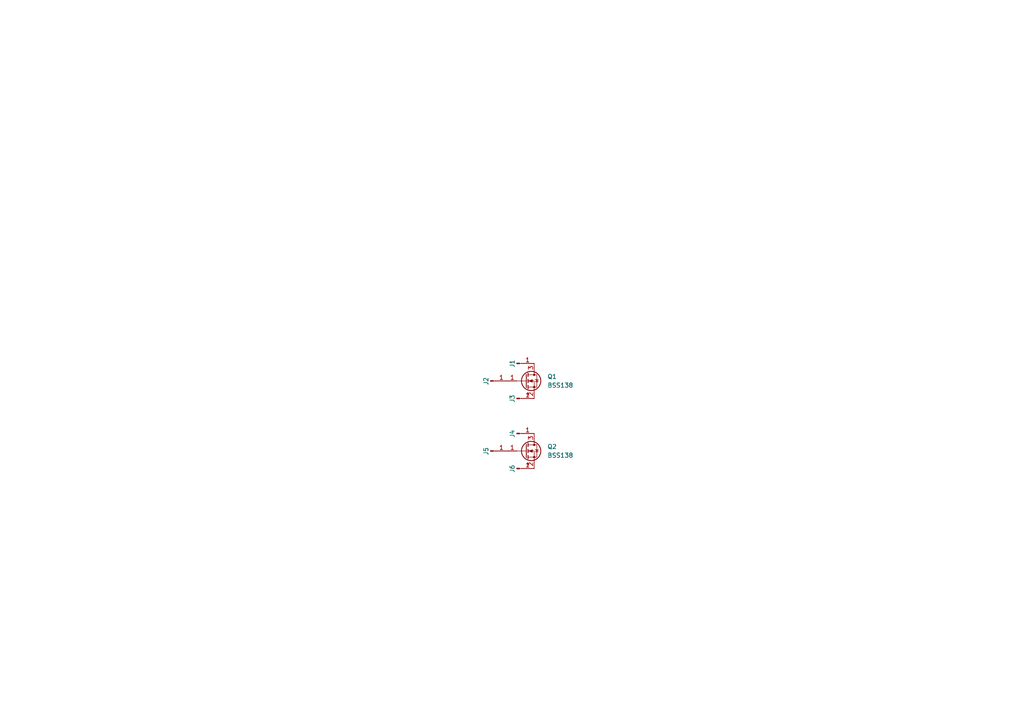
<source format=kicad_sch>
(kicad_sch (version 20230121) (generator eeschema)
  (paper "A4")
  (lib_symbols
    (symbol "Connector:Conn_01x01_Pin" (pin_names (offset 1.016) hide)
      (property "Reference" "J" (at 0 2.54 0))
      (property "Value" "Conn_01x01_Pin" (at 0 -2.54 0))
      (symbol "Conn_01x01_Pin_1_1"
        (polyline (pts (xy 1.27 0) (xy 0.8636 0)) (stroke (width 0.1524)))
        (rectangle (start 0.8636 0.127) (end 0 -0.127) (stroke (width 0.1524)) (fill (type outline)))
        (pin passive line (at 5.08 0 180) (length 3.81) (name "Pin_1") (number "1"))
      )
    )
    (symbol "Transistor_FET:BSS138" (pin_names hide)
      (property "Reference" "Q" (at 5.08 1.905 0))
      (property "Value" "BSS138" (at 5.08 0 0))
      (symbol "BSS138_0_1"
        (polyline (pts (xy 0.254 0) (xy -2.54 0)))
        (polyline (pts (xy 0.254 1.905) (xy 0.254 -1.905)) (stroke (width 0.254)))
        (polyline (pts (xy 0.762 -1.27) (xy 0.762 -2.286)) (stroke (width 0.254)))
        (polyline (pts (xy 0.762 0.508) (xy 0.762 -0.508)) (stroke (width 0.254)))
        (polyline (pts (xy 0.762 2.286) (xy 0.762 1.27)) (stroke (width 0.254)))
        (polyline (pts (xy 2.54 2.54) (xy 2.54 1.778)))
        (polyline (pts (xy 2.54 -2.54) (xy 2.54 0) (xy 0.762 0)))
        (polyline (pts (xy 0.762 -1.778) (xy 3.302 -1.778) (xy 3.302 1.778) (xy 0.762 1.778)))
        (polyline (pts (xy 1.016 0) (xy 2.032 0.381) (xy 2.032 -0.381) (xy 1.016 0)) (fill (type outline)))
        (polyline (pts (xy 2.794 0.508) (xy 2.921 0.381) (xy 3.683 0.381) (xy 3.81 0.254)))
        (polyline (pts (xy 3.302 0.381) (xy 2.921 -0.254) (xy 3.683 -0.254) (xy 3.302 0.381)))
        (circle (center 1.651 0) (radius 2.794) (stroke (width 0.254)))
        (circle (center 2.54 -1.778) (radius 0.254) (fill (type outline)))
        (circle (center 2.54 1.778) (radius 0.254) (fill (type outline)))
      )
      (symbol "BSS138_1_1"
        (pin input line (at -5.08 0 0) (length 2.54) (name "G") (number "1"))
        (pin passive line (at 2.54 -5.08 90) (length 2.54) (name "S") (number "2"))
        (pin passive line (at 2.54 5.08 270) (length 2.54) (name "D") (number "3"))
      )
    )
  )
  (symbol (lib_id "Connector:Conn_01x01_Pin") (at 149.86 105.41 0) (unit 1)
    (property "Reference" "J1" (at 148.59 106.68 90) (effects (justify left)))
    (property "Value" "Conn_01x01_Pin" (effects hide))
    (property "Footprint" "CustSymbols:ManhattanPad" (effects hide))
  )
  (symbol (lib_id "Connector:Conn_01x01_Pin") (at 142.24 110.49 0) (unit 1)
    (property "Reference" "J2" (at 140.97 111.76 90) (effects (justify left)))
    (property "Value" "Conn_01x01_Pin" (effects hide))
    (property "Footprint" "CustSymbols:ManhattanPad" (effects hide))
  )
  (symbol (lib_id "Connector:Conn_01x01_Pin") (at 149.86 135.89 0) (unit 1)
    (property "Reference" "J6" (at 148.59 137.16 90) (effects (justify left)))
    (property "Value" "Conn_01x01_Pin" (effects hide))
    (property "Footprint" "CustSymbols:ManhattanPad" (effects hide))
  )
  (symbol (lib_id "Connector:Conn_01x01_Pin") (at 149.86 125.73 0) (unit 1)
    (property "Reference" "J4" (at 148.59 127 90) (effects (justify left)))
    (property "Value" "Conn_01x01_Pin" (effects hide))
    (property "Footprint" "CustSymbols:ManhattanPad" (effects hide))
  )
  (symbol (lib_id "Connector:Conn_01x01_Pin") (at 142.24 130.81 0) (unit 1)
    (property "Reference" "J5" (at 140.97 132.08 90) (effects (justify left)))
    (property "Value" "Conn_01x01_Pin" (effects hide))
    (property "Footprint" "CustSymbols:ManhattanPad" (effects hide))
  )
  (symbol (lib_id "Connector:Conn_01x01_Pin") (at 149.86 115.57 0) (unit 1)
    (property "Reference" "J3" (at 148.59 116.84 90) (effects (justify left)))
    (property "Value" "Conn_01x01_Pin" (effects hide))
    (property "Footprint" "CustSymbols:ManhattanPad" (effects hide))
  )
  (symbol (lib_id "Transistor_FET:BSS138") (at 152.4 110.49 0) (unit 1)
    (property "Reference" "Q1" (at 158.75 109.22 0) (effects (justify left)))
    (property "Value" "BSS138" (at 158.75 111.76 0) (effects (justify left)))
    (property "Footprint" "Package_TO_SOT_SMD:SOT-23" (effects hide))
    (property "Datasheet" "https://www.onsemi.com/pub/Collateral/BSS138-D.PDF" (effects hide))
  )
  (symbol (lib_id "Transistor_FET:BSS138") (at 152.4 130.81 0) (unit 1)
    (property "Reference" "Q2" (at 158.75 129.54 0) (effects (justify left)))
    (property "Value" "BSS138" (at 158.75 132.08 0) (effects (justify left)))
    (property "Footprint" "Package_TO_SOT_SMD:SOT-23" (effects hide))
    (property "Datasheet" "https://www.onsemi.com/pub/Collateral/BSS138-D.PDF" (effects hide))
  )
)
</source>
